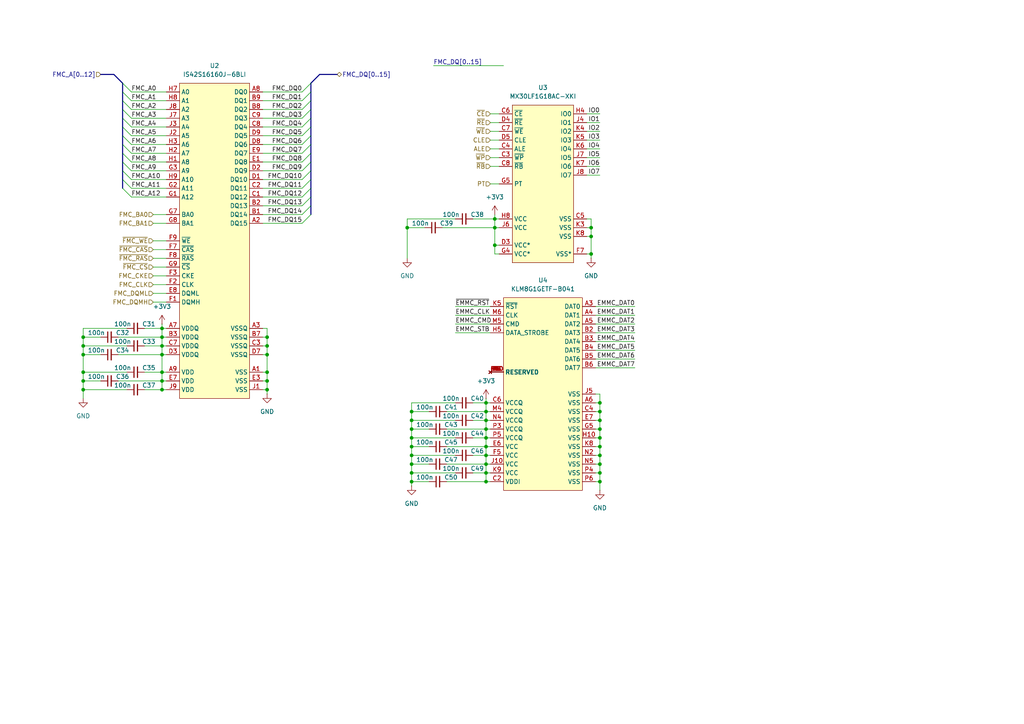
<source format=kicad_sch>
(kicad_sch (version 20231120) (generator "eeschema") (generator_version "8.0")
  (paper "A4")
  (lib_symbols
    (symbol "Device:C_Small" (pin_numbers hide) (pin_names (offset 0.254) hide)
      (property "Reference" "C" (at 0.254 1.778 0))
      (property "Value" "C_Small" (at 0.254 -2.032 0))
      (symbol "C_Small_0_1"
        (polyline (pts (xy -1.524 -0.508) (xy 1.524 -0.508)) (stroke (width 0.3302)))
        (polyline (pts (xy -1.524 0.508) (xy 1.524 0.508)) (stroke (width 0.3048)))
      )
      (symbol "C_Small_1_1"
        (pin passive line (at 0 2.54 270) (length 2.032) (name "~") (number "1"))
        (pin passive line (at 0 -2.54 90) (length 2.032) (name "~") (number "2"))
      )
    )
    (symbol "Memory_EMMC:KLM8G1GETF-B041-Samsung"
      (property "Reference" "U" (at 0 29.972 0))
      (symbol "KLM8G1GETF-B041-Samsung_1_1"
        (rectangle (start -11.43 27.94) (end 11.43 -27.94) (fill (type background)))
        (pin no_connect line (at -15.24 3.81 0) (length 3.81) hide (name "NC") (number "A1"))
        (pin no_connect line (at -15.24 3.81 0) (length 3.81) hide (name "NC") (number "A10"))
        (pin no_connect line (at -15.24 3.81 0) (length 3.81) hide (name "NC") (number "A11"))
        (pin no_connect line (at -15.24 3.81 0) (length 3.81) hide (name "NC") (number "A12"))
        (pin no_connect line (at -15.24 3.81 0) (length 3.81) hide (name "NC") (number "A13"))
        (pin no_connect line (at -15.24 3.81 0) (length 3.81) hide (name "NC") (number "A14"))
        (pin no_connect line (at -15.24 3.81 0) (length 3.81) hide (name "NC") (number "A2"))
        (pin bidirectional line (at 15.24 25.4 180) (length 3.81) (name "DAT0") (number "A3"))
        (pin bidirectional line (at 15.24 22.86 180) (length 3.81) (name "DAT1") (number "A4"))
        (pin bidirectional line (at 15.24 20.32 180) (length 3.81) (name "DAT2") (number "A5"))
        (pin power_in line (at 15.24 -2.54 180) (length 3.81) (name "VSS") (number "A6"))
        (pin no_connect line (at -15.24 6.35 0) (length 3.81) (name "RESERVED") (number "A7"))
        (pin no_connect line (at -15.24 3.81 0) (length 3.81) hide (name "NC") (number "A8"))
        (pin no_connect line (at -15.24 3.81 0) (length 3.81) hide (name "NC") (number "A9"))
        (pin no_connect line (at -15.24 3.81 0) (length 3.81) hide (name "NC") (number "B1"))
        (pin no_connect line (at -15.24 3.81 0) (length 3.81) hide (name "NC") (number "B10"))
        (pin no_connect line (at -15.24 3.81 0) (length 3.81) hide (name "NC") (number "B11"))
        (pin no_connect line (at -15.24 3.81 0) (length 3.81) hide (name "NC") (number "B12"))
        (pin no_connect line (at -15.24 3.81 0) (length 3.81) hide (name "NC") (number "B13"))
        (pin no_connect line (at -15.24 3.81 0) (length 3.81) hide (name "NC") (number "B14"))
        (pin bidirectional line (at 15.24 17.78 180) (length 3.81) (name "DAT3") (number "B2"))
        (pin bidirectional line (at 15.24 15.24 180) (length 3.81) (name "DAT4") (number "B3"))
        (pin bidirectional line (at 15.24 12.7 180) (length 3.81) (name "DAT5") (number "B4"))
        (pin bidirectional line (at 15.24 10.16 180) (length 3.81) (name "DAT6") (number "B5"))
        (pin bidirectional line (at 15.24 7.62 180) (length 3.81) (name "DAT7") (number "B6"))
        (pin no_connect line (at -15.24 3.81 0) (length 3.81) hide (name "NC") (number "B7"))
        (pin no_connect line (at -15.24 3.81 0) (length 3.81) hide (name "NC") (number "B8"))
        (pin no_connect line (at -15.24 3.81 0) (length 3.81) hide (name "NC") (number "B9"))
        (pin no_connect line (at -15.24 3.81 0) (length 3.81) hide (name "NC") (number "C1"))
        (pin no_connect line (at -15.24 3.81 0) (length 3.81) hide (name "NC") (number "C10"))
        (pin no_connect line (at -15.24 3.81 0) (length 3.81) hide (name "NC") (number "C11"))
        (pin no_connect line (at -15.24 3.81 0) (length 3.81) hide (name "NC") (number "C12"))
        (pin no_connect line (at -15.24 3.81 0) (length 3.81) hide (name "NC") (number "C13"))
        (pin no_connect line (at -15.24 3.81 0) (length 3.81) hide (name "NC") (number "C14"))
        (pin power_in line (at -15.24 -25.4 0) (length 3.81) (name "VDDI") (number "C2"))
        (pin no_connect line (at -15.24 3.81 0) (length 3.81) hide (name "NC") (number "C3"))
        (pin power_in line (at 15.24 -5.08 180) (length 3.81) (name "VSS") (number "C4"))
        (pin no_connect line (at -15.24 3.81 0) (length 3.81) hide (name "NC") (number "C5"))
        (pin power_in line (at -15.24 -2.54 0) (length 3.81) (name "VCCQ") (number "C6"))
        (pin no_connect line (at -15.24 3.81 0) (length 3.81) hide (name "NC") (number "C7"))
        (pin no_connect line (at -15.24 3.81 0) (length 3.81) hide (name "NC") (number "C8"))
        (pin no_connect line (at -15.24 3.81 0) (length 3.81) hide (name "NC") (number "C9"))
        (pin no_connect line (at -15.24 3.81 0) (length 3.81) hide (name "NC") (number "D1"))
        (pin no_connect line (at -15.24 3.81 0) (length 3.81) hide (name "NC") (number "D12"))
        (pin no_connect line (at -15.24 3.81 0) (length 3.81) hide (name "NC") (number "D13"))
        (pin no_connect line (at -15.24 3.81 0) (length 3.81) hide (name "NC") (number "D14"))
        (pin no_connect line (at -15.24 3.81 0) (length 3.81) hide (name "NC") (number "D2"))
        (pin no_connect line (at -15.24 3.81 0) (length 3.81) hide (name "NC") (number "D3"))
        (pin no_connect line (at -15.24 3.81 0) (length 3.81) hide (name "NC") (number "D4"))
        (pin no_connect line (at -15.24 3.81 0) (length 3.81) hide (name "NC") (number "E1"))
        (pin no_connect line (at -15.24 6.35 0) (length 3.81) (name "RESERVED") (number "E10"))
        (pin no_connect line (at -15.24 3.81 0) (length 3.81) hide (name "NC") (number "E12"))
        (pin no_connect line (at -15.24 3.81 0) (length 3.81) hide (name "NC") (number "E13"))
        (pin no_connect line (at -15.24 3.81 0) (length 3.81) hide (name "NC") (number "E14"))
        (pin no_connect line (at -15.24 3.81 0) (length 3.81) hide (name "NC") (number "E2"))
        (pin no_connect line (at -15.24 3.81 0) (length 3.81) hide (name "NC") (number "E3"))
        (pin no_connect line (at -15.24 6.35 0) (length 3.81) (name "RESERVED") (number "E5"))
        (pin power_in line (at -15.24 -15.24 0) (length 3.81) (name "VCC") (number "E6"))
        (pin power_in line (at 15.24 -7.62 180) (length 3.81) (name "VSS") (number "E7"))
        (pin no_connect line (at -15.24 6.35 0) (length 3.81) (name "RESERVED") (number "E8"))
        (pin no_connect line (at -15.24 6.35 0) (length 3.81) (name "RESERVED") (number "E9"))
        (pin no_connect line (at -15.24 3.81 0) (length 3.81) hide (name "NC") (number "F1"))
        (pin no_connect line (at -15.24 6.35 0) (length 3.81) (name "RESERVED") (number "F10"))
        (pin no_connect line (at -15.24 3.81 0) (length 3.81) hide (name "NC") (number "F12"))
        (pin no_connect line (at -15.24 3.81 0) (length 3.81) hide (name "NC") (number "F13"))
        (pin no_connect line (at -15.24 3.81 0) (length 3.81) hide (name "NC") (number "F14"))
        (pin no_connect line (at -15.24 3.81 0) (length 3.81) hide (name "NC") (number "F2"))
        (pin no_connect line (at -15.24 3.81 0) (length 3.81) hide (name "NC") (number "F3"))
        (pin power_in line (at -15.24 -17.78 0) (length 3.81) (name "VCC") (number "F5"))
        (pin no_connect line (at -15.24 3.81 0) (length 3.81) hide (name "NC") (number "G1"))
        (pin no_connect line (at -15.24 6.35 0) (length 3.81) (name "RESERVED") (number "G10"))
        (pin no_connect line (at -15.24 3.81 0) (length 3.81) hide (name "NC") (number "G12"))
        (pin no_connect line (at -15.24 3.81 0) (length 3.81) hide (name "NC") (number "G13"))
        (pin no_connect line (at -15.24 3.81 0) (length 3.81) hide (name "NC") (number "G14"))
        (pin no_connect line (at -15.24 3.81 0) (length 3.81) hide (name "NC") (number "G2"))
        (pin no_connect line (at -15.24 6.35 0) (length 3.81) (name "RESERVED") (number "G3"))
        (pin power_in line (at 15.24 -10.16 180) (length 3.81) (name "VSS") (number "G5"))
        (pin no_connect line (at -15.24 3.81 0) (length 3.81) hide (name "NC") (number "H1"))
        (pin power_in line (at 15.24 -12.7 180) (length 3.81) (name "VSS") (number "H10"))
        (pin no_connect line (at -15.24 3.81 0) (length 3.81) hide (name "NC") (number "H12"))
        (pin no_connect line (at -15.24 3.81 0) (length 3.81) hide (name "NC") (number "H13"))
        (pin no_connect line (at -15.24 3.81 0) (length 3.81) hide (name "NC") (number "H14"))
        (pin no_connect line (at -15.24 3.81 0) (length 3.81) hide (name "NC") (number "H2"))
        (pin no_connect line (at -15.24 3.81 0) (length 3.81) hide (name "NC") (number "H3"))
        (pin input line (at -15.24 17.78 0) (length 3.81) (name "DATA_STROBE") (number "H5"))
        (pin no_connect line (at -15.24 3.81 0) (length 3.81) hide (name "NC") (number "J1"))
        (pin power_in line (at -15.24 -20.32 0) (length 3.81) (name "VCC") (number "J10"))
        (pin no_connect line (at -15.24 3.81 0) (length 3.81) hide (name "NC") (number "J12"))
        (pin no_connect line (at -15.24 3.81 0) (length 3.81) hide (name "NC") (number "J13"))
        (pin no_connect line (at -15.24 3.81 0) (length 3.81) hide (name "NC") (number "J14"))
        (pin no_connect line (at -15.24 3.81 0) (length 3.81) hide (name "NC") (number "J2"))
        (pin no_connect line (at -15.24 3.81 0) (length 3.81) hide (name "NC") (number "J3"))
        (pin power_in line (at 15.24 0 180) (length 3.81) (name "VSS") (number "J5"))
        (pin no_connect line (at -15.24 3.81 0) (length 3.81) hide (name "NC") (number "K1"))
        (pin no_connect line (at -15.24 6.35 0) (length 3.81) (name "RESERVED") (number "K10"))
        (pin no_connect line (at -15.24 3.81 0) (length 3.81) hide (name "NC") (number "K12"))
        (pin no_connect line (at -15.24 3.81 0) (length 3.81) hide (name "NC") (number "K13"))
        (pin no_connect line (at -15.24 3.81 0) (length 3.81) hide (name "NC") (number "K14"))
        (pin no_connect line (at -15.24 3.81 0) (length 3.81) hide (name "NC") (number "K2"))
        (pin no_connect line (at -15.24 3.81 0) (length 3.81) hide (name "NC") (number "K3"))
        (pin input line (at -15.24 25.4 0) (length 3.81) (name "~{RST}") (number "K5"))
        (pin no_connect line (at -15.24 6.35 0) (length 3.81) (name "RESERVED") (number "K6"))
        (pin no_connect line (at -15.24 6.35 0) (length 3.81) (name "RESERVED") (number "K7"))
        (pin power_in line (at 15.24 -15.24 180) (length 3.81) (name "VSS") (number "K8"))
        (pin power_in line (at -15.24 -22.86 0) (length 3.81) (name "VCC") (number "K9"))
        (pin no_connect line (at -15.24 3.81 0) (length 3.81) hide (name "NC") (number "L1"))
        (pin no_connect line (at -15.24 3.81 0) (length 3.81) hide (name "NC") (number "L12"))
        (pin no_connect line (at -15.24 3.81 0) (length 3.81) hide (name "NC") (number "L13"))
        (pin no_connect line (at -15.24 3.81 0) (length 3.81) hide (name "NC") (number "L14"))
        (pin no_connect line (at -15.24 3.81 0) (length 3.81) hide (name "NC") (number "L2"))
        (pin no_connect line (at -15.24 3.81 0) (length 3.81) hide (name "NC") (number "L3"))
        (pin no_connect line (at -15.24 3.81 0) (length 3.81) hide (name "NC") (number "M1"))
        (pin no_connect line (at -15.24 3.81 0) (length 3.81) hide (name "NC") (number "M10"))
        (pin no_connect line (at -15.24 3.81 0) (length 3.81) hide (name "NC") (number "M11"))
        (pin no_connect line (at -15.24 3.81 0) (length 3.81) hide (name "NC") (number "M12"))
        (pin no_connect line (at -15.24 3.81 0) (length 3.81) hide (name "NC") (number "M13"))
        (pin no_connect line (at -15.24 3.81 0) (length 3.81) hide (name "NC") (number "M14"))
        (pin no_connect line (at -15.24 3.81 0) (length 3.81) hide (name "NC") (number "M2"))
        (pin no_connect line (at -15.24 3.81 0) (length 3.81) hide (name "NC") (number "M3"))
        (pin power_in line (at -15.24 -5.08 0) (length 3.81) (name "VCCQ") (number "M4"))
        (pin input line (at -15.24 20.32 0) (length 3.81) (name "CMD") (number "M5"))
        (pin input line (at -15.24 22.86 0) (length 3.81) (name "CLK") (number "M6"))
        (pin no_connect line (at -15.24 3.81 0) (length 3.81) hide (name "NC") (number "M7"))
        (pin no_connect line (at -15.24 3.81 0) (length 3.81) hide (name "NC") (number "M8"))
        (pin no_connect line (at -15.24 3.81 0) (length 3.81) hide (name "NC") (number "M9"))
        (pin no_connect line (at -15.24 3.81 0) (length 3.81) hide (name "NC") (number "N1"))
        (pin no_connect line (at -15.24 3.81 0) (length 3.81) hide (name "NC") (number "N10"))
        (pin no_connect line (at -15.24 3.81 0) (length 3.81) hide (name "NC") (number "N11"))
        (pin no_connect line (at -15.24 3.81 0) (length 3.81) hide (name "NC") (number "N12"))
        (pin no_connect line (at -15.24 3.81 0) (length 3.81) hide (name "NC") (number "N13"))
        (pin no_connect line (at -15.24 3.81 0) (length 3.81) hide (name "NC") (number "N14"))
        (pin power_in line (at 15.24 -17.78 180) (length 3.81) (name "VSS") (number "N2"))
        (pin no_connect line (at -15.24 3.81 0) (length 3.81) hide (name "NC") (number "N3"))
        (pin power_in line (at -15.24 -7.62 0) (length 3.81) (name "VCCQ") (number "N4"))
        (pin power_in line (at 15.24 -20.32 180) (length 3.81) (name "VSS") (number "N5"))
        (pin no_connect line (at -15.24 3.81 0) (length 3.81) hide (name "NC") (number "N6"))
        (pin no_connect line (at -15.24 3.81 0) (length 3.81) hide (name "NC") (number "N7"))
        (pin no_connect line (at -15.24 3.81 0) (length 3.81) hide (name "NC") (number "N8"))
        (pin no_connect line (at -15.24 3.81 0) (length 3.81) hide (name "NC") (number "N9"))
        (pin no_connect line (at -15.24 3.81 0) (length 3.81) hide (name "NC") (number "P1"))
        (pin no_connect line (at -15.24 6.35 0) (length 3.81) (name "RESERVED") (number "P10"))
        (pin no_connect line (at -15.24 3.81 0) (length 3.81) hide (name "NC") (number "P11"))
        (pin no_connect line (at -15.24 3.81 0) (length 3.81) hide (name "NC") (number "P12"))
        (pin no_connect line (at -15.24 3.81 0) (length 3.81) hide (name "NC") (number "P13"))
        (pin no_connect line (at -15.24 3.81 0) (length 3.81) hide (name "NC") (number "P14"))
        (pin no_connect line (at -15.24 3.81 0) (length 3.81) hide (name "NC") (number "P2"))
        (pin power_in line (at -15.24 -10.16 0) (length 3.81) (name "VCCQ") (number "P3"))
        (pin power_in line (at 15.24 -22.86 180) (length 3.81) (name "VSS") (number "P4"))
        (pin power_in line (at -15.24 -12.7 0) (length 3.81) (name "VCCQ") (number "P5"))
        (pin power_in line (at 15.24 -25.4 180) (length 3.81) (name "VSS") (number "P6"))
        (pin no_connect line (at -15.24 6.35 0) (length 3.81) (name "RESERVED") (number "P7"))
        (pin no_connect line (at -15.24 3.81 0) (length 3.81) hide (name "NC") (number "P8"))
        (pin no_connect line (at -15.24 3.81 0) (length 3.81) hide (name "NC") (number "P9"))
      )
    )
    (symbol "Memory_NAND_FLASH:MX30LF1G18AC-XKI"
      (property "Reference" "U" (at 0 26.416 0))
      (symbol "MX30LF1G18AC-XKI_1_1"
        (rectangle (start -8.89 22.86) (end 8.89 -22.86) (fill (type background)))
        (pin no_connect line (at 12.7 -2.54 180) (length 3.81) hide (name "NC") (number "A1"))
        (pin no_connect line (at 12.7 -2.54 180) (length 3.81) hide (name "NC") (number "A10"))
        (pin no_connect line (at 12.7 -2.54 180) (length 3.81) hide (name "NC") (number "A2"))
        (pin no_connect line (at 12.7 -2.54 180) (length 3.81) hide (name "NC") (number "A9"))
        (pin no_connect line (at 12.7 -2.54 180) (length 3.81) hide (name "NC") (number "B1"))
        (pin no_connect line (at 12.7 -2.54 180) (length 3.81) hide (name "NC") (number "B10"))
        (pin no_connect line (at 12.7 -2.54 180) (length 3.81) hide (name "NC") (number "B9"))
        (pin input line (at -12.7 7.62 0) (length 3.81) (name "~{WP}") (number "C3"))
        (pin input line (at -12.7 10.16 0) (length 3.81) (name "ALE") (number "C4"))
        (pin power_in line (at 12.7 -10.16 180) (length 3.81) (name "VSS") (number "C5"))
        (pin input line (at -12.7 20.32 0) (length 3.81) (name "~{CE}") (number "C6"))
        (pin input line (at -12.7 15.24 0) (length 3.81) (name "~{WE}") (number "C7"))
        (pin input line (at -12.7 5.08 0) (length 3.81) (name "~{RB}") (number "C8"))
        (pin power_in line (at -12.7 -17.78 0) (length 3.81) (name "VCC*") (number "D3"))
        (pin input line (at -12.7 17.78 0) (length 3.81) (name "~{RE}") (number "D4"))
        (pin input line (at -12.7 12.7 0) (length 3.81) (name "CLE") (number "D5"))
        (pin no_connect line (at 12.7 -2.54 180) (length 3.81) hide (name "NC") (number "D6"))
        (pin no_connect line (at 12.7 -2.54 180) (length 3.81) hide (name "NC") (number "D7"))
        (pin no_connect line (at 12.7 -2.54 180) (length 3.81) hide (name "NC") (number "D8"))
        (pin no_connect line (at 12.7 -2.54 180) (length 3.81) hide (name "NC") (number "E3"))
        (pin no_connect line (at 12.7 -2.54 180) (length 3.81) hide (name "NC") (number "E4"))
        (pin no_connect line (at 12.7 -2.54 180) (length 3.81) hide (name "NC") (number "E5"))
        (pin no_connect line (at 12.7 -2.54 180) (length 3.81) hide (name "NC") (number "E6"))
        (pin no_connect line (at 12.7 -2.54 180) (length 3.81) hide (name "NC") (number "E7"))
        (pin no_connect line (at 12.7 -2.54 180) (length 3.81) hide (name "NC") (number "E8"))
        (pin no_connect line (at 12.7 -2.54 180) (length 3.81) hide (name "NC") (number "F3"))
        (pin no_connect line (at 12.7 -2.54 180) (length 3.81) hide (name "NC") (number "F4"))
        (pin no_connect line (at 12.7 -2.54 180) (length 3.81) hide (name "NC") (number "F5"))
        (pin no_connect line (at 12.7 -2.54 180) (length 3.81) hide (name "NC") (number "F6"))
        (pin power_in line (at 12.7 -20.32 180) (length 3.81) (name "VSS*") (number "F7"))
        (pin no_connect line (at 12.7 -2.54 180) (length 3.81) hide (name "NC") (number "F8"))
        (pin no_connect line (at 12.7 -2.54 180) (length 3.81) hide (name "NC") (number "G3"))
        (pin power_in line (at -12.7 -20.32 0) (length 3.81) (name "VCC*") (number "G4"))
        (pin input line (at -12.7 0 0) (length 3.81) (name "PT") (number "G5"))
        (pin no_connect line (at 12.7 -2.54 180) (length 3.81) hide (name "NC") (number "G6"))
        (pin no_connect line (at 12.7 -2.54 180) (length 3.81) hide (name "NC") (number "G7"))
        (pin no_connect line (at 12.7 -2.54 180) (length 3.81) hide (name "NC") (number "G8"))
        (pin no_connect line (at 12.7 -2.54 180) (length 3.81) hide (name "NC") (number "H3"))
        (pin bidirectional line (at 12.7 20.32 180) (length 3.81) (name "IO0") (number "H4"))
        (pin no_connect line (at 12.7 -2.54 180) (length 3.81) hide (name "NC") (number "H5"))
        (pin no_connect line (at 12.7 -2.54 180) (length 3.81) hide (name "NC") (number "H6"))
        (pin no_connect line (at 12.7 -2.54 180) (length 3.81) hide (name "NC") (number "H7"))
        (pin power_in line (at -12.7 -10.16 0) (length 3.81) (name "VCC") (number "H8"))
        (pin no_connect line (at 12.7 -2.54 180) (length 3.81) hide (name "NC") (number "J3"))
        (pin bidirectional line (at 12.7 17.78 180) (length 3.81) (name "IO1") (number "J4"))
        (pin no_connect line (at 12.7 -2.54 180) (length 3.81) hide (name "NC") (number "J5"))
        (pin power_in line (at -12.7 -12.7 0) (length 3.81) (name "VCC") (number "J6"))
        (pin bidirectional line (at 12.7 7.62 180) (length 3.81) (name "IO5") (number "J7"))
        (pin bidirectional line (at 12.7 2.54 180) (length 3.81) (name "IO7") (number "J8"))
        (pin power_in line (at 12.7 -12.7 180) (length 3.81) (name "VSS") (number "K3"))
        (pin bidirectional line (at 12.7 15.24 180) (length 3.81) (name "IO2") (number "K4"))
        (pin bidirectional line (at 12.7 12.7 180) (length 3.81) (name "IO3") (number "K5"))
        (pin bidirectional line (at 12.7 10.16 180) (length 3.81) (name "IO4") (number "K6"))
        (pin bidirectional line (at 12.7 5.08 180) (length 3.81) (name "IO6") (number "K7"))
        (pin power_in line (at 12.7 -15.24 180) (length 3.81) (name "VSS") (number "K8"))
        (pin no_connect line (at 12.7 -2.54 180) (length 3.81) hide (name "NC") (number "L1"))
        (pin no_connect line (at 12.7 -2.54 180) (length 3.81) hide (name "NC") (number "L10"))
        (pin no_connect line (at 12.7 -2.54 180) (length 3.81) hide (name "NC") (number "L2"))
        (pin no_connect line (at 12.7 -2.54 180) (length 3.81) hide (name "NC") (number "L9"))
        (pin no_connect line (at 12.7 -2.54 180) (length 3.81) hide (name "NC") (number "M1"))
        (pin no_connect line (at 12.7 -2.54 180) (length 3.81) hide (name "NC") (number "M10"))
        (pin no_connect line (at 12.7 -2.54 180) (length 3.81) hide (name "NC") (number "M2"))
        (pin no_connect line (at 12.7 -2.54 180) (length 3.81) hide (name "NC") (number "M9"))
      )
    )
    (symbol "Memory_SDRAM:IS42S16160J-BLI-BGA"
      (property "Reference" "U" (at 0 50.8 0))
      (symbol "IS42S16160J-BLI-BGA_1_1"
        (rectangle (start -10.16 45.72) (end 10.16 -45.72) (fill (type background)))
        (pin power_in line (at 13.97 -38.1 180) (length 3.81) (name "VSS") (number "A1"))
        (pin bidirectional line (at 13.97 5.08 180) (length 3.81) (name "DQ15") (number "A2"))
        (pin power_in line (at 13.97 -25.4 180) (length 3.81) (name "VSSQ") (number "A3"))
        (pin power_in line (at -13.97 -25.4 0) (length 3.81) (name "VDDQ") (number "A7"))
        (pin bidirectional line (at 13.97 43.18 180) (length 3.81) (name "DQ0") (number "A8"))
        (pin power_in line (at -13.97 -38.1 0) (length 3.81) (name "VDD") (number "A9"))
        (pin bidirectional line (at 13.97 7.62 180) (length 3.81) (name "DQ14") (number "B1"))
        (pin bidirectional line (at 13.97 10.16 180) (length 3.81) (name "DQ13") (number "B2"))
        (pin power_in line (at -13.97 -27.94 0) (length 3.81) (name "VDDQ") (number "B3"))
        (pin power_in line (at 13.97 -27.94 180) (length 3.81) (name "VSSQ") (number "B7"))
        (pin bidirectional line (at 13.97 38.1 180) (length 3.81) (name "DQ2") (number "B8"))
        (pin bidirectional line (at 13.97 40.64 180) (length 3.81) (name "DQ1") (number "B9"))
        (pin bidirectional line (at 13.97 12.7 180) (length 3.81) (name "DQ12") (number "C1"))
        (pin bidirectional line (at 13.97 15.24 180) (length 3.81) (name "DQ11") (number "C2"))
        (pin power_in line (at 13.97 -30.48 180) (length 3.81) (name "VSSQ") (number "C3"))
        (pin power_in line (at -13.97 -30.48 0) (length 3.81) (name "VDDQ") (number "C7"))
        (pin bidirectional line (at 13.97 33.02 180) (length 3.81) (name "DQ4") (number "C8"))
        (pin bidirectional line (at 13.97 35.56 180) (length 3.81) (name "DQ3") (number "C9"))
        (pin bidirectional line (at 13.97 17.78 180) (length 3.81) (name "DQ10") (number "D1"))
        (pin bidirectional line (at 13.97 20.32 180) (length 3.81) (name "DQ9") (number "D2"))
        (pin power_in line (at -13.97 -33.02 0) (length 3.81) (name "VDDQ") (number "D3"))
        (pin power_in line (at 13.97 -33.02 180) (length 3.81) (name "VSSQ") (number "D7"))
        (pin bidirectional line (at 13.97 27.94 180) (length 3.81) (name "DQ6") (number "D8"))
        (pin bidirectional line (at 13.97 30.48 180) (length 3.81) (name "DQ5") (number "D9"))
        (pin bidirectional line (at 13.97 22.86 180) (length 3.81) (name "DQ8") (number "E1"))
        (pin no_connect line (at 13.97 0 180) (length 3.81) hide (name "NC") (number "E2"))
        (pin power_in line (at 13.97 -40.64 180) (length 3.81) (name "VSS") (number "E3"))
        (pin power_in line (at -13.97 -40.64 0) (length 3.81) (name "VDD") (number "E7"))
        (pin input line (at -13.97 -15.24 0) (length 3.81) (name "DQML") (number "E8"))
        (pin bidirectional line (at 13.97 25.4 180) (length 3.81) (name "DQ7") (number "E9"))
        (pin input line (at -13.97 -17.78 0) (length 3.81) (name "DQMH") (number "F1"))
        (pin input line (at -13.97 -12.7 0) (length 3.81) (name "CLK") (number "F2"))
        (pin input line (at -13.97 -10.16 0) (length 3.81) (name "CKE") (number "F3"))
        (pin input line (at -13.97 -2.54 0) (length 3.81) (name "~{CAS}") (number "F7"))
        (pin input line (at -13.97 -5.08 0) (length 3.81) (name "~{RAS}") (number "F8"))
        (pin input line (at -13.97 0 0) (length 3.81) (name "~{WE}") (number "F9"))
        (pin input line (at -13.97 12.7 0) (length 3.81) (name "A12") (number "G1"))
        (pin input line (at -13.97 15.24 0) (length 3.81) (name "A11") (number "G2"))
        (pin input line (at -13.97 20.32 0) (length 3.81) (name "A9") (number "G3"))
        (pin input line (at -13.97 7.62 0) (length 3.81) (name "BA0") (number "G7"))
        (pin input line (at -13.97 5.08 0) (length 3.81) (name "BA1") (number "G8"))
        (pin input line (at -13.97 -7.62 0) (length 3.81) (name "~{CS}") (number "G9"))
        (pin input line (at -13.97 22.86 0) (length 3.81) (name "A8") (number "H1"))
        (pin input line (at -13.97 25.4 0) (length 3.81) (name "A7") (number "H2"))
        (pin input line (at -13.97 27.94 0) (length 3.81) (name "A6") (number "H3"))
        (pin input line (at -13.97 43.18 0) (length 3.81) (name "A0") (number "H7"))
        (pin input line (at -13.97 40.64 0) (length 3.81) (name "A1") (number "H8"))
        (pin input line (at -13.97 17.78 0) (length 3.81) (name "A10") (number "H9"))
        (pin power_in line (at 13.97 -43.18 180) (length 3.81) (name "VSS") (number "J1"))
        (pin input line (at -13.97 30.48 0) (length 3.81) (name "A5") (number "J2"))
        (pin input line (at -13.97 33.02 0) (length 3.81) (name "A4") (number "J3"))
        (pin input line (at -13.97 35.56 0) (length 3.81) (name "A3") (number "J7"))
        (pin input line (at -13.97 38.1 0) (length 3.81) (name "A2") (number "J8"))
        (pin power_in line (at -13.97 -43.18 0) (length 3.81) (name "VDD") (number "J9"))
      )
    )
    (symbol "power:+3V3" (power) (pin_numbers hide) (pin_names (offset 0) hide)
      (property "Value" "+3V3" (at 0 3.556 0))
      (symbol "+3V3_0_1"
        (polyline (pts (xy -0.762 1.27) (xy 0 2.54)))
        (polyline (pts (xy 0 0) (xy 0 2.54)))
        (polyline (pts (xy 0 2.54) (xy 0.762 1.27)))
      )
      (symbol "+3V3_1_1"
        (pin power_in line (at 0 0 90) (length 0) (name "~") (number "1"))
      )
    )
    (symbol "power:GND" (power) (pin_numbers hide) (pin_names (offset 0) hide)
      (property "Value" "GND" (at 0 -3.81 0))
      (symbol "GND_0_1"
        (polyline (pts (xy 0 0) (xy 0 -1.27) (xy 1.27 -1.27) (xy 0 -2.54) (xy -1.27 -1.27) (xy 0 -1.27)))
      )
      (symbol "GND_1_1"
        (pin power_in line (at 0 0 270) (length 0) (name "~") (number "1"))
      )
    )
  )
  (junction (at 77.47 100.33))
  (junction (at 143.51 66.04))
  (junction (at 171.45 66.04))
  (junction (at 119.38 124.46))
  (junction (at 24.13 97.79))
  (junction (at 173.99 119.38))
  (junction (at 173.99 134.62))
  (junction (at 140.97 119.38))
  (junction (at 171.45 73.66))
  (junction (at 143.51 63.5))
  (junction (at 173.99 116.84))
  (junction (at 140.97 132.08))
  (junction (at 119.38 127))
  (junction (at 77.47 110.49))
  (junction (at 140.97 127))
  (junction (at 118.11 66.04))
  (junction (at 140.97 129.54))
  (junction (at 46.99 107.95))
  (junction (at 24.13 113.03))
  (junction (at 119.38 137.16))
  (junction (at 173.99 121.92))
  (junction (at 24.13 110.49))
  (junction (at 77.47 107.95))
  (junction (at 46.99 102.87))
  (junction (at 119.38 134.62))
  (junction (at 46.99 113.03))
  (junction (at 46.99 97.79))
  (junction (at 173.99 132.08))
  (junction (at 173.99 139.7))
  (junction (at 77.47 113.03))
  (junction (at 173.99 124.46))
  (junction (at 46.99 100.33))
  (junction (at 140.97 116.84))
  (junction (at 171.45 68.58))
  (junction (at 24.13 107.95))
  (junction (at 119.38 119.38))
  (junction (at 140.97 139.7))
  (junction (at 77.47 102.87))
  (junction (at 173.99 127))
  (junction (at 119.38 121.92))
  (junction (at 24.13 102.87))
  (junction (at 140.97 137.16))
  (junction (at 173.99 137.16))
  (junction (at 46.99 95.25))
  (junction (at 119.38 139.7))
  (junction (at 77.47 97.79))
  (junction (at 119.38 129.54))
  (junction (at 143.51 71.12))
  (junction (at 140.97 121.92))
  (junction (at 140.97 124.46))
  (junction (at 46.99 110.49))
  (junction (at 119.38 132.08))
  (junction (at 173.99 129.54))
  (junction (at 140.97 134.62))
  (junction (at 24.13 100.33))
  (bus_entry (at 35.56 49.53) (size 2.54 2.54))
  (bus_entry (at 35.56 36.83) (size 2.54 2.54))
  (bus_entry (at 35.56 29.21) (size 2.54 2.54))
  (bus_entry (at 87.63 44.45) (size 2.54 -2.54))
  (bus_entry (at 87.63 59.69) (size 2.54 -2.54))
  (bus_entry (at 35.56 54.61) (size 2.54 2.54))
  (bus_entry (at 87.63 54.61) (size 2.54 -2.54))
  (bus_entry (at 87.63 36.83) (size 2.54 -2.54))
  (bus_entry (at 35.56 31.75) (size 2.54 2.54))
  (bus_entry (at 87.63 26.67) (size 2.54 -2.54))
  (bus_entry (at 87.63 49.53) (size 2.54 -2.54))
  (bus_entry (at 87.63 34.29) (size 2.54 -2.54))
  (bus_entry (at 87.63 29.21) (size 2.54 -2.54))
  (bus_entry (at 87.63 41.91) (size 2.54 -2.54))
  (bus_entry (at 35.56 24.13) (size 2.54 2.54))
  (bus_entry (at 35.56 39.37) (size 2.54 2.54))
  (bus_entry (at 35.56 44.45) (size 2.54 2.54))
  (bus_entry (at 87.63 52.07) (size 2.54 -2.54))
  (bus_entry (at 35.56 41.91) (size 2.54 2.54))
  (bus_entry (at 35.56 46.99) (size 2.54 2.54))
  (bus_entry (at 87.63 62.23) (size 2.54 -2.54))
  (bus_entry (at 35.56 34.29) (size 2.54 2.54))
  (bus_entry (at 35.56 52.07) (size 2.54 2.54))
  (bus_entry (at 87.63 46.99) (size 2.54 -2.54))
  (bus_entry (at 35.56 26.67) (size 2.54 2.54))
  (bus_entry (at 87.63 31.75) (size 2.54 -2.54))
  (bus_entry (at 87.63 57.15) (size 2.54 -2.54))
  (bus_entry (at 87.63 39.37) (size 2.54 -2.54))
  (bus_entry (at 87.63 64.77) (size 2.54 -2.54))
  (wire (pts (xy 44.45 72.39) (xy 48.26 72.39)))
  (wire (pts (xy 132.08 88.9) (xy 142.24 88.9)))
  (bus (pts (xy 35.56 41.91) (xy 35.56 44.45)))
  (wire (pts (xy 76.2 100.33) (xy 77.47 100.33)))
  (wire (pts (xy 46.99 100.33) (xy 48.26 100.33)))
  (wire (pts (xy 38.1 52.07) (xy 48.26 52.07)))
  (wire (pts (xy 172.72 93.98) (xy 184.15 93.98)))
  (wire (pts (xy 142.24 38.1) (xy 144.78 38.1)))
  (wire (pts (xy 132.08 93.98) (xy 142.24 93.98)))
  (wire (pts (xy 41.91 113.03) (xy 46.99 113.03)))
  (wire (pts (xy 119.38 116.84) (xy 119.38 119.38)))
  (wire (pts (xy 119.38 132.08) (xy 132.08 132.08)))
  (bus (pts (xy 90.17 52.07) (xy 90.17 54.61)))
  (wire (pts (xy 129.54 134.62) (xy 140.97 134.62)))
  (bus (pts (xy 35.56 34.29) (xy 35.56 36.83)))
  (wire (pts (xy 173.99 119.38) (xy 173.99 121.92)))
  (wire (pts (xy 38.1 31.75) (xy 48.26 31.75)))
  (wire (pts (xy 119.38 127) (xy 132.08 127)))
  (bus (pts (xy 35.56 44.45) (xy 35.56 46.99)))
  (wire (pts (xy 140.97 137.16) (xy 142.24 137.16)))
  (wire (pts (xy 119.38 132.08) (xy 119.38 134.62)))
  (wire (pts (xy 24.13 107.95) (xy 24.13 110.49)))
  (bus (pts (xy 90.17 39.37) (xy 90.17 41.91)))
  (wire (pts (xy 77.47 95.25) (xy 77.47 97.79)))
  (wire (pts (xy 24.13 110.49) (xy 24.13 113.03)))
  (wire (pts (xy 140.97 119.38) (xy 140.97 121.92)))
  (wire (pts (xy 140.97 115.57) (xy 140.97 116.84)))
  (wire (pts (xy 140.97 137.16) (xy 140.97 139.7)))
  (wire (pts (xy 76.2 95.25) (xy 77.47 95.25)))
  (wire (pts (xy 76.2 64.77) (xy 87.63 64.77)))
  (wire (pts (xy 173.99 45.72) (xy 170.18 45.72)))
  (wire (pts (xy 143.51 71.12) (xy 143.51 73.66)))
  (wire (pts (xy 128.27 66.04) (xy 143.51 66.04)))
  (wire (pts (xy 173.99 129.54) (xy 173.99 132.08)))
  (bus (pts (xy 90.17 59.69) (xy 90.17 62.23)))
  (wire (pts (xy 172.72 127) (xy 173.99 127)))
  (bus (pts (xy 35.56 52.07) (xy 35.56 54.61)))
  (bus (pts (xy 35.56 46.99) (xy 35.56 49.53)))
  (wire (pts (xy 172.72 139.7) (xy 173.99 139.7)))
  (wire (pts (xy 44.45 64.77) (xy 48.26 64.77)))
  (wire (pts (xy 173.99 134.62) (xy 173.99 137.16)))
  (wire (pts (xy 172.72 134.62) (xy 173.99 134.62)))
  (wire (pts (xy 38.1 44.45) (xy 48.26 44.45)))
  (wire (pts (xy 76.2 59.69) (xy 87.63 59.69)))
  (wire (pts (xy 125.73 19.05) (xy 146.05 19.05)))
  (bus (pts (xy 35.56 29.21) (xy 35.56 31.75)))
  (wire (pts (xy 172.72 104.14) (xy 184.15 104.14)))
  (wire (pts (xy 119.38 124.46) (xy 124.46 124.46)))
  (wire (pts (xy 170.18 68.58) (xy 171.45 68.58)))
  (wire (pts (xy 137.16 127) (xy 140.97 127)))
  (wire (pts (xy 24.13 110.49) (xy 29.21 110.49)))
  (wire (pts (xy 143.51 66.04) (xy 144.78 66.04)))
  (wire (pts (xy 76.2 62.23) (xy 87.63 62.23)))
  (wire (pts (xy 140.97 121.92) (xy 140.97 124.46)))
  (wire (pts (xy 171.45 74.93) (xy 171.45 73.66)))
  (bus (pts (xy 35.56 24.13) (xy 33.02 21.59)))
  (wire (pts (xy 38.1 34.29) (xy 48.26 34.29)))
  (bus (pts (xy 90.17 29.21) (xy 90.17 31.75)))
  (bus (pts (xy 35.56 26.67) (xy 35.56 29.21)))
  (wire (pts (xy 129.54 119.38) (xy 140.97 119.38)))
  (wire (pts (xy 171.45 73.66) (xy 171.45 68.58)))
  (wire (pts (xy 34.29 97.79) (xy 46.99 97.79)))
  (wire (pts (xy 172.72 119.38) (xy 173.99 119.38)))
  (wire (pts (xy 34.29 110.49) (xy 46.99 110.49)))
  (wire (pts (xy 140.97 134.62) (xy 142.24 134.62)))
  (wire (pts (xy 142.24 40.64) (xy 144.78 40.64)))
  (wire (pts (xy 140.97 116.84) (xy 142.24 116.84)))
  (wire (pts (xy 24.13 102.87) (xy 29.21 102.87)))
  (wire (pts (xy 173.99 33.02) (xy 170.18 33.02)))
  (wire (pts (xy 76.2 41.91) (xy 87.63 41.91)))
  (bus (pts (xy 90.17 41.91) (xy 90.17 44.45)))
  (wire (pts (xy 76.2 57.15) (xy 87.63 57.15)))
  (wire (pts (xy 140.97 129.54) (xy 142.24 129.54)))
  (wire (pts (xy 173.99 121.92) (xy 173.99 124.46)))
  (wire (pts (xy 77.47 97.79) (xy 77.47 100.33)))
  (wire (pts (xy 76.2 36.83) (xy 87.63 36.83)))
  (wire (pts (xy 41.91 107.95) (xy 46.99 107.95)))
  (wire (pts (xy 172.72 114.3) (xy 173.99 114.3)))
  (wire (pts (xy 76.2 44.45) (xy 87.63 44.45)))
  (wire (pts (xy 172.72 101.6) (xy 184.15 101.6)))
  (bus (pts (xy 90.17 24.13) (xy 90.17 26.67)))
  (wire (pts (xy 118.11 66.04) (xy 123.19 66.04)))
  (bus (pts (xy 90.17 36.83) (xy 90.17 39.37)))
  (wire (pts (xy 76.2 52.07) (xy 87.63 52.07)))
  (wire (pts (xy 142.24 53.34) (xy 144.78 53.34)))
  (wire (pts (xy 119.38 137.16) (xy 132.08 137.16)))
  (wire (pts (xy 46.99 107.95) (xy 46.99 110.49)))
  (wire (pts (xy 34.29 102.87) (xy 46.99 102.87)))
  (wire (pts (xy 77.47 107.95) (xy 77.47 110.49)))
  (wire (pts (xy 129.54 129.54) (xy 140.97 129.54)))
  (wire (pts (xy 142.24 35.56) (xy 144.78 35.56)))
  (wire (pts (xy 46.99 95.25) (xy 46.99 97.79)))
  (wire (pts (xy 24.13 102.87) (xy 24.13 107.95)))
  (bus (pts (xy 90.17 24.13) (xy 92.71 21.59)))
  (wire (pts (xy 173.99 124.46) (xy 173.99 127)))
  (wire (pts (xy 46.99 102.87) (xy 46.99 107.95)))
  (wire (pts (xy 140.97 116.84) (xy 140.97 119.38)))
  (wire (pts (xy 172.72 96.52) (xy 184.15 96.52)))
  (wire (pts (xy 142.24 45.72) (xy 144.78 45.72)))
  (wire (pts (xy 24.13 113.03) (xy 24.13 115.57)))
  (wire (pts (xy 24.13 100.33) (xy 36.83 100.33)))
  (wire (pts (xy 118.11 66.04) (xy 118.11 63.5)))
  (wire (pts (xy 140.97 124.46) (xy 142.24 124.46)))
  (wire (pts (xy 46.99 93.98) (xy 46.99 95.25)))
  (wire (pts (xy 142.24 33.02) (xy 144.78 33.02)))
  (wire (pts (xy 46.99 113.03) (xy 48.26 113.03)))
  (wire (pts (xy 46.99 107.95) (xy 48.26 107.95)))
  (wire (pts (xy 137.16 137.16) (xy 140.97 137.16)))
  (wire (pts (xy 129.54 139.7) (xy 140.97 139.7)))
  (wire (pts (xy 132.08 91.44) (xy 142.24 91.44)))
  (wire (pts (xy 173.99 114.3) (xy 173.99 116.84)))
  (wire (pts (xy 38.1 26.67) (xy 48.26 26.67)))
  (wire (pts (xy 173.99 35.56) (xy 170.18 35.56)))
  (wire (pts (xy 140.97 129.54) (xy 140.97 132.08)))
  (wire (pts (xy 76.2 31.75) (xy 87.63 31.75)))
  (wire (pts (xy 46.99 102.87) (xy 48.26 102.87)))
  (wire (pts (xy 76.2 54.61) (xy 87.63 54.61)))
  (wire (pts (xy 119.38 119.38) (xy 124.46 119.38)))
  (wire (pts (xy 172.72 88.9) (xy 184.15 88.9)))
  (wire (pts (xy 44.45 80.01) (xy 48.26 80.01)))
  (wire (pts (xy 46.99 110.49) (xy 48.26 110.49)))
  (wire (pts (xy 172.72 91.44) (xy 184.15 91.44)))
  (wire (pts (xy 172.72 99.06) (xy 184.15 99.06)))
  (wire (pts (xy 119.38 121.92) (xy 119.38 124.46)))
  (wire (pts (xy 119.38 116.84) (xy 132.08 116.84)))
  (bus (pts (xy 90.17 34.29) (xy 90.17 36.83)))
  (wire (pts (xy 46.99 95.25) (xy 48.26 95.25)))
  (wire (pts (xy 38.1 36.83) (xy 48.26 36.83)))
  (wire (pts (xy 44.45 69.85) (xy 48.26 69.85)))
  (wire (pts (xy 172.72 116.84) (xy 173.99 116.84)))
  (wire (pts (xy 119.38 139.7) (xy 124.46 139.7)))
  (wire (pts (xy 173.99 50.8) (xy 170.18 50.8)))
  (wire (pts (xy 44.45 62.23) (xy 48.26 62.23)))
  (wire (pts (xy 143.51 63.5) (xy 143.51 66.04)))
  (wire (pts (xy 172.72 137.16) (xy 173.99 137.16)))
  (wire (pts (xy 172.72 124.46) (xy 173.99 124.46)))
  (bus (pts (xy 92.71 21.59) (xy 97.79 21.59)))
  (bus (pts (xy 90.17 57.15) (xy 90.17 59.69)))
  (wire (pts (xy 77.47 110.49) (xy 77.47 113.03)))
  (wire (pts (xy 24.13 97.79) (xy 24.13 100.33)))
  (wire (pts (xy 44.45 77.47) (xy 48.26 77.47)))
  (wire (pts (xy 140.97 139.7) (xy 142.24 139.7)))
  (bus (pts (xy 90.17 49.53) (xy 90.17 52.07)))
  (wire (pts (xy 44.45 74.93) (xy 48.26 74.93)))
  (wire (pts (xy 24.13 107.95) (xy 36.83 107.95)))
  (wire (pts (xy 76.2 34.29) (xy 87.63 34.29)))
  (wire (pts (xy 173.99 38.1) (xy 170.18 38.1)))
  (wire (pts (xy 76.2 29.21) (xy 87.63 29.21)))
  (wire (pts (xy 119.38 121.92) (xy 132.08 121.92)))
  (wire (pts (xy 38.1 39.37) (xy 48.26 39.37)))
  (wire (pts (xy 24.13 113.03) (xy 36.83 113.03)))
  (wire (pts (xy 119.38 124.46) (xy 119.38 127)))
  (wire (pts (xy 44.45 82.55) (xy 48.26 82.55)))
  (wire (pts (xy 137.16 132.08) (xy 140.97 132.08)))
  (wire (pts (xy 38.1 41.91) (xy 48.26 41.91)))
  (wire (pts (xy 143.51 66.04) (xy 143.51 71.12)))
  (wire (pts (xy 140.97 132.08) (xy 142.24 132.08)))
  (wire (pts (xy 140.97 119.38) (xy 142.24 119.38)))
  (wire (pts (xy 137.16 116.84) (xy 140.97 116.84)))
  (wire (pts (xy 171.45 66.04) (xy 171.45 63.5)))
  (bus (pts (xy 35.56 36.83) (xy 35.56 39.37)))
  (wire (pts (xy 41.91 95.25) (xy 46.99 95.25)))
  (wire (pts (xy 140.97 127) (xy 140.97 129.54)))
  (wire (pts (xy 137.16 63.5) (xy 143.51 63.5)))
  (wire (pts (xy 76.2 26.67) (xy 87.63 26.67)))
  (wire (pts (xy 143.51 71.12) (xy 144.78 71.12)))
  (wire (pts (xy 140.97 134.62) (xy 140.97 137.16)))
  (wire (pts (xy 140.97 132.08) (xy 140.97 134.62)))
  (wire (pts (xy 76.2 46.99) (xy 87.63 46.99)))
  (wire (pts (xy 44.45 87.63) (xy 48.26 87.63)))
  (wire (pts (xy 119.38 134.62) (xy 124.46 134.62)))
  (wire (pts (xy 38.1 54.61) (xy 48.26 54.61)))
  (wire (pts (xy 76.2 49.53) (xy 87.63 49.53)))
  (wire (pts (xy 38.1 49.53) (xy 48.26 49.53)))
  (wire (pts (xy 170.18 66.04) (xy 171.45 66.04)))
  (wire (pts (xy 172.72 106.68) (xy 184.15 106.68)))
  (wire (pts (xy 46.99 100.33) (xy 46.99 102.87)))
  (wire (pts (xy 173.99 40.64) (xy 170.18 40.64)))
  (wire (pts (xy 143.51 63.5) (xy 144.78 63.5)))
  (wire (pts (xy 118.11 63.5) (xy 132.08 63.5)))
  (wire (pts (xy 173.99 116.84) (xy 173.99 119.38)))
  (wire (pts (xy 119.38 127) (xy 119.38 129.54)))
  (wire (pts (xy 142.24 48.26) (xy 144.78 48.26)))
  (wire (pts (xy 137.16 121.92) (xy 140.97 121.92)))
  (bus (pts (xy 90.17 44.45) (xy 90.17 46.99)))
  (wire (pts (xy 172.72 132.08) (xy 173.99 132.08)))
  (bus (pts (xy 35.56 31.75) (xy 35.56 34.29)))
  (wire (pts (xy 46.99 97.79) (xy 48.26 97.79)))
  (wire (pts (xy 77.47 100.33) (xy 77.47 102.87)))
  (wire (pts (xy 76.2 113.03) (xy 77.47 113.03)))
  (wire (pts (xy 173.99 132.08) (xy 173.99 134.62)))
  (bus (pts (xy 35.56 49.53) (xy 35.56 52.07)))
  (wire (pts (xy 172.72 129.54) (xy 173.99 129.54)))
  (wire (pts (xy 171.45 68.58) (xy 171.45 66.04)))
  (wire (pts (xy 41.91 100.33) (xy 46.99 100.33)))
  (wire (pts (xy 76.2 107.95) (xy 77.47 107.95)))
  (bus (pts (xy 90.17 54.61) (xy 90.17 57.15)))
  (wire (pts (xy 46.99 110.49) (xy 46.99 113.03)))
  (wire (pts (xy 77.47 102.87) (xy 77.47 107.95)))
  (wire (pts (xy 173.99 43.18) (xy 170.18 43.18)))
  (wire (pts (xy 24.13 95.25) (xy 24.13 97.79)))
  (wire (pts (xy 76.2 110.49) (xy 77.47 110.49)))
  (wire (pts (xy 119.38 129.54) (xy 124.46 129.54)))
  (wire (pts (xy 140.97 121.92) (xy 142.24 121.92)))
  (wire (pts (xy 144.78 73.66) (xy 143.51 73.66)))
  (bus (pts (xy 90.17 46.99) (xy 90.17 49.53)))
  (wire (pts (xy 119.38 137.16) (xy 119.38 139.7)))
  (wire (pts (xy 142.24 43.18) (xy 144.78 43.18)))
  (wire (pts (xy 170.18 73.66) (xy 171.45 73.66)))
  (wire (pts (xy 46.99 97.79) (xy 46.99 100.33)))
  (wire (pts (xy 171.45 63.5) (xy 170.18 63.5)))
  (bus (pts (xy 90.17 26.67) (xy 90.17 29.21)))
  (wire (pts (xy 132.08 96.52) (xy 142.24 96.52)))
  (wire (pts (xy 143.51 62.23) (xy 143.51 63.5)))
  (wire (pts (xy 119.38 119.38) (xy 119.38 121.92)))
  (wire (pts (xy 173.99 48.26) (xy 170.18 48.26)))
  (bus (pts (xy 90.17 31.75) (xy 90.17 34.29)))
  (wire (pts (xy 119.38 134.62) (xy 119.38 137.16)))
  (wire (pts (xy 140.97 124.46) (xy 140.97 127)))
  (wire (pts (xy 172.72 121.92) (xy 173.99 121.92)))
  (wire (pts (xy 76.2 39.37) (xy 87.63 39.37)))
  (wire (pts (xy 38.1 29.21) (xy 48.26 29.21)))
  (wire (pts (xy 44.45 85.09) (xy 48.26 85.09)))
  (bus (pts (xy 35.56 24.13) (xy 35.56 26.67)))
  (wire (pts (xy 129.54 124.46) (xy 140.97 124.46)))
  (bus (pts (xy 35.56 39.37) (xy 35.56 41.91)))
  (wire (pts (xy 173.99 139.7) (xy 173.99 142.24)))
  (wire (pts (xy 119.38 139.7) (xy 119.38 140.97)))
  (wire (pts (xy 76.2 102.87) (xy 77.47 102.87)))
  (wire (pts (xy 38.1 46.99) (xy 48.26 46.99)))
  (wire (pts (xy 118.11 74.93) (xy 118.11 66.04)))
  (bus (pts (xy 29.21 21.59) (xy 33.02 21.59)))
  (wire (pts (xy 24.13 100.33) (xy 24.13 102.87)))
  (wire (pts (xy 38.1 57.15) (xy 48.26 57.15)))
  (wire (pts (xy 119.38 129.54) (xy 119.38 132.08)))
  (wire (pts (xy 173.99 137.16) (xy 173.99 139.7)))
  (wire (pts (xy 76.2 97.79) (xy 77.47 97.79)))
  (wire (pts (xy 24.13 97.79) (xy 29.21 97.79)))
  (wire (pts (xy 140.97 127) (xy 142.24 127)))
  (wire (pts (xy 24.13 95.25) (xy 36.83 95.25)))
  (wire (pts (xy 173.99 127) (xy 173.99 129.54)))
  (wire (pts (xy 77.47 113.03) (xy 77.47 114.3)))
  (label "FMC_DQ2" (at 87.63 31.75 180))
  (label "FMC_A9" (at 38.1 49.53 0))
  (label "EMMC_DAT4" (at 184.15 99.06 180))
  (label "FMC_DQ7" (at 87.63 44.45 180))
  (label "FMC_A1" (at 38.1 29.21 0))
  (label "IO2" (at 173.99 38.1 180))
  (label "FMC_DQ3" (at 87.63 34.29 180))
  (label "FMC_DQ13" (at 87.63 59.69 180))
  (label "EMMC_DAT2" (at 184.15 93.98 180))
  (label "FMC_A4" (at 38.1 36.83 0))
  (label "FMC_DQ10" (at 87.63 52.07 180))
  (label "EMMC_DAT5" (at 184.15 101.6 180))
  (label "IO1" (at 173.99 35.56 180))
  (label "EMMC_STB" (at 132.08 96.52 0))
  (label "IO6" (at 173.99 48.26 180))
  (label "EMMC_CLK" (at 132.08 91.44 0))
  (label "FMC_A7" (at 38.1 44.45 0))
  (label "EMMC_DAT3" (at 184.15 96.52 180))
  (label "FMC_DQ15" (at 87.63 64.77 180))
  (label "FMC_A11" (at 38.1 54.61 0))
  (label "IO5" (at 173.99 45.72 180))
  (label "FMC_DQ6" (at 87.63 41.91 180))
  (label "FMC_A3" (at 38.1 34.29 0))
  (label "FMC_DQ8" (at 87.63 46.99 180))
  (label "FMC_DQ1" (at 87.63 29.21 180))
  (label "FMC_DQ14" (at 87.63 62.23 180))
  (label "FMC_A10" (at 38.1 52.07 0))
  (label "FMC_DQ5" (at 87.63 39.37 180))
  (label "FMC_DQ0" (at 87.63 26.67 180))
  (label "FMC_DQ11" (at 87.63 54.61 180))
  (label "EMMC_DAT6" (at 184.15 104.14 180))
  (label "FMC_A0" (at 38.1 26.67 0))
  (label "FMC_DQ4" (at 87.63 36.83 180))
  (label "FMC_DQ[0..15]" (at 125.73 19.05 0))
  (label "IO3" (at 173.99 40.64 180))
  (label "IO0" (at 173.99 33.02 180))
  (label "FMC_A6" (at 38.1 41.91 0))
  (label "FMC_A2" (at 38.1 31.75 0))
  (label "FMC_A8" (at 38.1 46.99 0))
  (label "~{EMMC_RST}" (at 132.08 88.9 0))
  (label "FMC_DQ12" (at 87.63 57.15 180))
  (label "FMC_A12" (at 38.1 57.15 0))
  (label "EMMC_DAT7" (at 184.15 106.68 180))
  (label "IO7" (at 173.99 50.8 180))
  (label "FMC_DQ9" (at 87.63 49.53 180))
  (label "EMMC_CMD" (at 132.08 93.98 0))
  (label "EMMC_DAT0" (at 184.15 88.9 180))
  (label "EMMC_DAT1" (at 184.15 91.44 180))
  (label "IO4" (at 173.99 43.18 180))
  (label "FMC_A5" (at 38.1 39.37 0))
  (hierarchical_label "CLE" (shape input) (at 142.24 40.64 180))
  (hierarchical_label "~{RE}" (shape input) (at 142.24 35.56 180))
  (hierarchical_label "~{FMC_WE}" (shape input) (at 44.45 69.85 180))
  (hierarchical_label "~{FMC_CAS}" (shape input) (at 44.45 72.39 180))
  (hierarchical_label "FMC_DQML" (shape input) (at 44.45 85.09 180))
  (hierarchical_label "FMC_CLK" (shape input) (at 44.45 82.55 180))
  (hierarchical_label "~{FMC_CS}" (shape input) (at 44.45 77.47 180))
  (hierarchical_label "ALE" (shape input) (at 142.24 43.18 180))
  (hierarchical_label "PT" (shape input) (at 142.24 53.34 180))
  (hierarchical_label "FMC_A[0..12]" (shape input) (at 29.21 21.59 180))
  (hierarchical_label "~{WE}" (shape input) (at 142.24 38.1 180))
  (hierarchical_label "FMC_DQ[0..15]" (shape bidirectional) (at 97.79 21.59 0))
  (hierarchical_label "~{RB}" (shape input) (at 142.24 48.26 180))
  (hierarchical_label "~{WP}" (shape input) (at 142.24 45.72 180))
  (hierarchical_label "FMC_BA0" (shape input) (at 44.45 62.23 180))
  (hierarchical_label "~{CE}" (shape input) (at 142.24 33.02 180))
  (hierarchical_label "~{FMC_RAS}" (shape input) (at 44.45 74.93 180))
  (hierarchical_label "FMC_DQMH" (shape input) (at 44.45 87.63 180))
  (hierarchical_label "FMC_BA1" (shape input) (at 44.45 64.77 180))
  (hierarchical_label "FMC_CKE" (shape input) (at 44.45 80.01 180))
  (symbol (lib_id "power:+3V3") (at 46.99 93.98 0) (unit 1)
    (property "Reference" "#PWR018" (effects (hide yes)))
    (property "Value" "+3V3" (at 46.99 88.9 0))
    (property "Description" "Power symbol creates a global label with name \"+3V3\"" (effects (hide yes)))
  )
  (symbol (lib_id "Device:C_Small") (at 134.62 132.08 90) (unit 1)
    (property "Reference" "C46" (at 138.43 130.81 90))
    (property "Value" "100n" (at 130.81 130.81 90))
    (property "Description" "Unpolarized capacitor, small symbol" (effects (hide yes)))
  )
  (symbol (lib_id "power:+3V3") (at 143.51 62.23 0) (unit 1)
    (property "Reference" "#PWR02" (effects (hide yes)))
    (property "Value" "+3V3" (at 143.51 57.15 0))
    (property "Description" "Power symbol creates a global label with name \"+3V3\"" (effects (hide yes)))
  )
  (symbol (lib_id "Device:C_Small") (at 134.62 121.92 90) (unit 1)
    (property "Reference" "C42" (at 138.43 120.65 90))
    (property "Value" "100n" (at 130.81 120.65 90))
    (property "Description" "Unpolarized capacitor, small symbol" (effects (hide yes)))
  )
  (symbol (lib_id "Device:C_Small") (at 134.62 116.84 90) (unit 1)
    (property "Reference" "C40" (at 138.43 115.57 90))
    (property "Value" "100n" (at 130.81 115.57 90))
    (property "Description" "Unpolarized capacitor, small symbol" (effects (hide yes)))
  )
  (symbol (lib_id "Device:C_Small") (at 31.75 102.87 90) (unit 1)
    (property "Reference" "C34" (at 35.56 101.6 90))
    (property "Value" "100n" (at 27.94 101.6 90))
    (property "Description" "Unpolarized capacitor, small symbol" (effects (hide yes)))
  )
  (symbol (lib_id "power:+3V3") (at 140.97 115.57 0) (unit 1)
    (property "Reference" "#PWR022" (effects (hide yes)))
    (property "Value" "+3V3" (at 140.97 110.49 0))
    (property "Description" "Power symbol creates a global label with name \"+3V3\"" (effects (hide yes)))
  )
  (symbol (lib_id "Device:C_Small") (at 127 124.46 90) (unit 1)
    (property "Reference" "C43" (at 130.81 123.19 90))
    (property "Value" "100n" (at 123.19 123.19 90))
    (property "Description" "Unpolarized capacitor, small symbol" (effects (hide yes)))
  )
  (symbol (lib_id "Memory_SDRAM:IS42S16160J-BLI-BGA") (at 62.23 69.85 0) (unit 1)
    (property "Reference" "U2" (at 62.23 19.05 0))
    (property "Value" "IS42S16160J-6BLI" (at 62.23 21.59 0))
    (property "Footprint" "IS42S16160J-6BLI (1):BGA54C80P9X9_800X800X120" (effects (hide yes)))
  )
  (symbol (lib_id "Device:C_Small") (at 39.37 95.25 90) (unit 1)
    (property "Reference" "C31" (at 43.18 93.98 90))
    (property "Value" "100n" (at 35.56 93.98 90))
    (property "Description" "Unpolarized capacitor, small symbol" (effects (hide yes)))
  )
  (symbol (lib_id "power:GND") (at 173.99 142.24 0) (unit 1)
    (property "Reference" "#PWR06" (effects (hide yes)))
    (property "Value" "GND" (at 173.99 147.32 0))
    (property "Description" "Power symbol creates a global label with name \"GND\" , ground" (effects (hide yes)))
  )
  (symbol (lib_id "power:GND") (at 118.11 74.93 0) (unit 1)
    (property "Reference" "#PWR01" (effects (hide yes)))
    (property "Value" "GND" (at 118.11 80.01 0))
    (property "Description" "Power symbol creates a global label with name \"GND\" , ground" (effects (hide yes)))
  )
  (symbol (lib_id "power:GND") (at 119.38 140.97 0) (unit 1)
    (property "Reference" "#PWR021" (effects (hide yes)))
    (property "Value" "GND" (at 119.38 146.05 0))
    (property "Description" "Power symbol creates a global label with name \"GND\" , ground" (effects (hide yes)))
  )
  (symbol (lib_id "Device:C_Small") (at 31.75 110.49 90) (unit 1)
    (property "Reference" "C36" (at 35.56 109.22 90))
    (property "Value" "100n" (at 27.94 109.22 90))
    (property "Description" "Unpolarized capacitor, small symbol" (effects (hide yes)))
  )
  (symbol (lib_id "Device:C_Small") (at 134.62 127 90) (unit 1)
    (property "Reference" "C44" (at 138.43 125.73 90))
    (property "Value" "100n" (at 130.81 125.73 90))
    (property "Description" "Unpolarized capacitor, small symbol" (effects (hide yes)))
  )
  (symbol (lib_id "power:GND") (at 77.47 114.3 0) (unit 1)
    (property "Reference" "#PWR019" (effects (hide yes)))
    (property "Value" "GND" (at 77.47 119.38 0))
    (property "Description" "Power symbol creates a global label with name \"GND\" , ground" (effects (hide yes)))
  )
  (symbol (lib_id "Device:C_Small") (at 134.62 137.16 90) (unit 1)
    (property "Reference" "C49" (at 138.43 135.89 90))
    (property "Value" "100n" (at 130.81 135.89 90))
    (property "Description" "Unpolarized capacitor, small symbol" (effects (hide yes)))
  )
  (symbol (lib_id "Device:C_Small") (at 125.73 66.04 90) (unit 1)
    (property "Reference" "C39" (at 129.54 64.77 90))
    (property "Value" "100n" (at 121.92 64.77 90))
    (property "Description" "Unpolarized capacitor, small symbol" (effects (hide yes)))
  )
  (symbol (lib_id "Device:C_Small") (at 39.37 107.95 90) (unit 1)
    (property "Reference" "C35" (at 43.18 106.68 90))
    (property "Value" "100n" (at 35.56 106.68 90))
    (property "Description" "Unpolarized capacitor, small symbol" (effects (hide yes)))
  )
  (symbol (lib_id "Device:C_Small") (at 134.62 63.5 90) (unit 1)
    (property "Reference" "C38" (at 138.43 62.23 90))
    (property "Value" "100n" (at 130.81 62.23 90))
    (property "Description" "Unpolarized capacitor, small symbol" (effects (hide yes)))
  )
  (symbol (lib_id "Device:C_Small") (at 127 139.7 90) (unit 1)
    (property "Reference" "C50" (at 130.81 138.43 90))
    (property "Value" "100n" (at 123.19 138.43 90))
    (property "Description" "Unpolarized capacitor, small symbol" (effects (hide yes)))
  )
  (symbol (lib_id "Device:C_Small") (at 127 119.38 90) (unit 1)
    (property "Reference" "C41" (at 130.81 118.11 90))
    (property "Value" "100n" (at 123.19 118.11 90))
    (property "Description" "Unpolarized capacitor, small symbol" (effects (hide yes)))
  )
  (symbol (lib_id "Device:C_Small") (at 127 134.62 90) (unit 1)
    (property "Reference" "C47" (at 130.81 133.35 90))
    (property "Value" "100n" (at 123.19 133.35 90))
    (property "Description" "Unpolarized capacitor, small symbol" (effects (hide yes)))
  )
  (symbol (lib_id "Device:C_Small") (at 31.75 97.79 90) (unit 1)
    (property "Reference" "C32" (at 35.56 96.52 90))
    (property "Value" "100n" (at 27.94 96.52 90))
    (property "Description" "Unpolarized capacitor, small symbol" (effects (hide yes)))
  )
  (symbol (lib_id "Device:C_Small") (at 39.37 100.33 90) (unit 1)
    (property "Reference" "C33" (at 43.18 99.06 90))
    (property "Value" "100n" (at 35.56 99.06 90))
    (property "Description" "Unpolarized capacitor, small symbol" (effects (hide yes)))
  )
  (symbol (lib_id "Memory_NAND_FLASH:MX30LF1G18AC-XKI") (at 157.48 53.34 0) (unit 1)
    (property "Reference" "U3" (at 157.48 25.4 0))
    (property "Value" "MX30LF1G18AC-XKI" (at 157.48 27.94 0))
    (property "Footprint" "lib:BGA63C80P10X12_900X1100X100N" (effects (hide yes)))
  )
  (symbol (lib_id "Memory_EMMC:KLM8G1GETF-B041-Samsung") (at 157.48 114.3 0) (unit 1)
    (property "Reference" "U4" (at 157.48 81.28 0))
    (property "Value" "KLM8G1GETF-B041" (at 157.48 83.82 0))
    (property "Footprint" "KLM8G1GETF-B0410:BGA153C50P14X14_1150X1300X80" (effects (hide yes)))
  )
  (symbol (lib_id "Device:C_Small") (at 127 129.54 90) (unit 1)
    (property "Reference" "C45" (at 130.81 128.27 90))
    (property "Value" "100n" (at 123.19 128.27 90))
    (property "Description" "Unpolarized capacitor, small symbol" (effects (hide yes)))
  )
  (symbol (lib_id "Device:C_Small") (at 39.37 113.03 90) (unit 1)
    (property "Reference" "C37" (at 43.18 111.76 90))
    (property "Value" "100n" (at 35.56 111.76 90))
    (property "Description" "Unpolarized capacitor, small symbol" (effects (hide yes)))
  )
  (symbol (lib_id "power:GND") (at 171.45 74.93 0) (unit 1)
    (property "Reference" "#PWR05" (effects (hide yes)))
    (property "Value" "GND" (at 171.45 80.01 0))
    (property "Description" "Power symbol creates a global label with name \"GND\" , ground" (effects (hide yes)))
  )
  (symbol (lib_id "power:GND") (at 24.13 115.57 0) (unit 1)
    (property "Reference" "#PWR020" (effects (hide yes)))
    (property "Value" "GND" (at 24.13 120.65 0))
    (property "Description" "Power symbol creates a global label with name \"GND\" , ground" (effects (hide yes)))
  )
)
</source>
